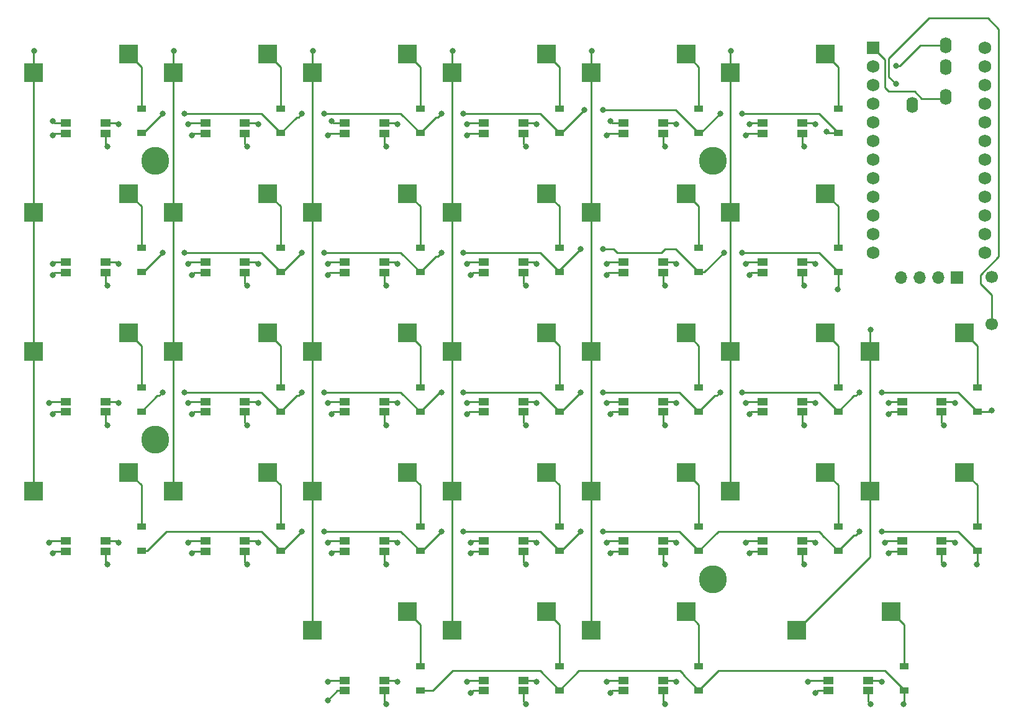
<source format=gbr>
%TF.GenerationSoftware,KiCad,Pcbnew,8.0.8*%
%TF.CreationDate,2025-01-31T06:20:13-05:00*%
%TF.ProjectId,nitsud,6e697473-7564-42e6-9b69-6361645f7063,v1.0.0*%
%TF.SameCoordinates,Original*%
%TF.FileFunction,Copper,L4,Bot*%
%TF.FilePolarity,Positive*%
%FSLAX46Y46*%
G04 Gerber Fmt 4.6, Leading zero omitted, Abs format (unit mm)*
G04 Created by KiCad (PCBNEW 8.0.8) date 2025-01-31 06:20:13*
%MOMM*%
%LPD*%
G01*
G04 APERTURE LIST*
%TA.AperFunction,ComponentPad*%
%ADD10R,1.752600X1.752600*%
%TD*%
%TA.AperFunction,ComponentPad*%
%ADD11C,1.752600*%
%TD*%
%TA.AperFunction,ComponentPad*%
%ADD12O,1.600000X2.200000*%
%TD*%
%TA.AperFunction,ComponentPad*%
%ADD13C,1.700000*%
%TD*%
%TA.AperFunction,ComponentPad*%
%ADD14C,3.800000*%
%TD*%
%TA.AperFunction,ComponentPad*%
%ADD15R,1.700000X1.700000*%
%TD*%
%TA.AperFunction,ComponentPad*%
%ADD16O,1.700000X1.700000*%
%TD*%
%TA.AperFunction,SMDPad,CuDef*%
%ADD17R,2.550000X2.500000*%
%TD*%
%TA.AperFunction,SMDPad,CuDef*%
%ADD18R,1.400000X1.000000*%
%TD*%
%TA.AperFunction,SMDPad,CuDef*%
%ADD19R,1.200000X0.900000*%
%TD*%
%TA.AperFunction,ViaPad*%
%ADD20C,0.800000*%
%TD*%
%TA.AperFunction,Conductor*%
%ADD21C,0.250000*%
%TD*%
G04 APERTURE END LIST*
D10*
%TO.P,MCU1,1*%
%TO.N,RAW*%
X257380000Y-87030000D03*
D11*
%TO.P,MCU1,2*%
%TO.N,GND*%
X257380000Y-89570000D03*
%TO.P,MCU1,3*%
%TO.N,RST*%
X257380000Y-92110000D03*
%TO.P,MCU1,4*%
%TO.N,VCC*%
X257380000Y-94650000D03*
%TO.P,MCU1,5*%
%TO.N,P21*%
X257380000Y-97190000D03*
%TO.P,MCU1,6*%
%TO.N,P20*%
X257380000Y-99730000D03*
%TO.P,MCU1,7*%
%TO.N,P19*%
X257380000Y-102270000D03*
%TO.P,MCU1,8*%
%TO.N,P18*%
X257380000Y-104810000D03*
%TO.P,MCU1,9*%
%TO.N,P15*%
X257380000Y-107350000D03*
%TO.P,MCU1,10*%
%TO.N,P14*%
X257380000Y-109890000D03*
%TO.P,MCU1,11*%
%TO.N,P16*%
X257380000Y-112430000D03*
%TO.P,MCU1,12*%
%TO.N,P10*%
X257380000Y-114970000D03*
%TO.P,MCU1,13*%
%TO.N,P1*%
X272620000Y-87030000D03*
%TO.P,MCU1,14*%
%TO.N,P0*%
X272620000Y-89570000D03*
%TO.P,MCU1,15*%
%TO.N,GND*%
X272620000Y-92110000D03*
%TO.P,MCU1,16*%
X272620000Y-94650000D03*
%TO.P,MCU1,17*%
%TO.N,P2*%
X272620000Y-97190000D03*
%TO.P,MCU1,18*%
%TO.N,P3*%
X272620000Y-99730000D03*
%TO.P,MCU1,19*%
%TO.N,P4*%
X272620000Y-102270000D03*
%TO.P,MCU1,20*%
%TO.N,P5*%
X272620000Y-104810000D03*
%TO.P,MCU1,21*%
%TO.N,P6*%
X272620000Y-107350000D03*
%TO.P,MCU1,22*%
%TO.N,P7*%
X272620000Y-109890000D03*
%TO.P,MCU1,23*%
%TO.N,P8*%
X272620000Y-112430000D03*
%TO.P,MCU1,24*%
%TO.N,P9*%
X272620000Y-114970000D03*
%TD*%
D12*
%TO.P,TRRS1,2*%
%TO.N,GND*%
X267300000Y-86700000D03*
%TO.P,TRRS1,3*%
%TO.N,P1*%
X267300000Y-89700000D03*
%TO.P,TRRS1,4*%
%TO.N,RAW*%
X267300000Y-93700000D03*
%TO.P,TRRS1,5*%
%TO.N,P0*%
X262700000Y-94800000D03*
%TD*%
D13*
%TO.P,RST1,1*%
%TO.N,RST*%
X273500000Y-124750000D03*
%TO.P,RST1,2*%
%TO.N,GND*%
X273500000Y-118250000D03*
%TD*%
D14*
%TO.P,H2,*%
%TO.N,*%
X159500000Y-140500000D03*
%TD*%
D15*
%TO.P,OLED1,1*%
%TO.N,GND*%
X268800000Y-118400000D03*
D16*
%TO.P,OLED1,2*%
%TO.N,VCC*%
X266260000Y-118400000D03*
%TO.P,OLED1,3*%
%TO.N,P9*%
X263720000Y-118400000D03*
%TO.P,OLED1,4*%
%TO.N,P8*%
X261180000Y-118400000D03*
%TD*%
D14*
%TO.P,H4,*%
%TO.N,*%
X235500000Y-159500000D03*
%TD*%
%TO.P,H1,*%
%TO.N,*%
X159500000Y-102500000D03*
%TD*%
%TO.P,H3,*%
%TO.N,*%
X235500000Y-102500000D03*
%TD*%
D17*
%TO.P,S5,1*%
%TO.N,N/C*%
X161915000Y-147460000D03*
%TO.P,S5,2*%
%TO.N,ring_bottom*%
X174842000Y-144920000D03*
%TD*%
D18*
%TO.P,LED27,1*%
%TO.N,VCC*%
X190700000Y-174700000D03*
%TO.P,LED27,2*%
%TO.N,N/C*%
X190700000Y-173300000D03*
%TO.P,LED27,3*%
%TO.N,GND*%
X185300000Y-173300000D03*
%TO.P,LED27,4*%
%TO.N,N/C*%
X185300000Y-174700000D03*
%TD*%
D19*
%TO.P,D5,1*%
%TO.N,N/C*%
X176600000Y-155650000D03*
%TO.P,D5,2*%
%TO.N,ring_bottom*%
X176600000Y-152350000D03*
%TD*%
%TO.P,D19,1*%
%TO.N,N/C*%
X233600000Y-117650000D03*
%TO.P,D19,2*%
%TO.N,inner_middle*%
X233600000Y-114350000D03*
%TD*%
D18*
%TO.P,LED15,1*%
%TO.N,VCC*%
X209700000Y-117700000D03*
%TO.P,LED15,2*%
%TO.N,N/C*%
X209700000Y-116300000D03*
%TO.P,LED15,3*%
%TO.N,GND*%
X204300000Y-116300000D03*
%TO.P,LED15,4*%
%TO.N,N/C*%
X204300000Y-117700000D03*
%TD*%
%TO.P,LED26,1*%
%TO.N,VCC*%
X266700000Y-136700000D03*
%TO.P,LED26,2*%
%TO.N,N/C*%
X266700000Y-135300000D03*
%TO.P,LED26,3*%
%TO.N,GND*%
X261300000Y-135300000D03*
%TO.P,LED26,4*%
%TO.N,N/C*%
X261300000Y-136700000D03*
%TD*%
D17*
%TO.P,S13,1*%
%TO.N,N/C*%
X199915000Y-147460000D03*
%TO.P,S13,2*%
%TO.N,index_bottom*%
X212842000Y-144920000D03*
%TD*%
%TO.P,S2,1*%
%TO.N,N/C*%
X142915000Y-128460000D03*
%TO.P,S2,2*%
%TO.N,pinky_home*%
X155842000Y-125920000D03*
%TD*%
D18*
%TO.P,LED16,1*%
%TO.N,VCC*%
X209700000Y-98700000D03*
%TO.P,LED16,2*%
%TO.N,N/C*%
X209700000Y-97300000D03*
%TO.P,LED16,3*%
%TO.N,GND*%
X204300000Y-97300000D03*
%TO.P,LED16,4*%
%TO.N,N/C*%
X204300000Y-98700000D03*
%TD*%
D17*
%TO.P,S29,1*%
%TO.N,N/C*%
X218915000Y-166460000D03*
%TO.P,S29,2*%
%TO.N,far_default*%
X231842000Y-163920000D03*
%TD*%
%TO.P,S22,1*%
%TO.N,N/C*%
X237915000Y-128460000D03*
%TO.P,S22,2*%
%TO.N,outer_home*%
X250842000Y-125920000D03*
%TD*%
D19*
%TO.P,D2,1*%
%TO.N,N/C*%
X157600000Y-136650000D03*
%TO.P,D2,2*%
%TO.N,pinky_home*%
X157600000Y-133350000D03*
%TD*%
%TO.P,D29,1*%
%TO.N,N/C*%
X233600000Y-174650000D03*
%TO.P,D29,2*%
%TO.N,far_default*%
X233600000Y-171350000D03*
%TD*%
D17*
%TO.P,S3,1*%
%TO.N,N/C*%
X142915000Y-109460000D03*
%TO.P,S3,2*%
%TO.N,pinky_middle*%
X155842000Y-106920000D03*
%TD*%
%TO.P,S1,1*%
%TO.N,N/C*%
X142915000Y-147460000D03*
%TO.P,S1,2*%
%TO.N,pinky_bottom*%
X155842000Y-144920000D03*
%TD*%
%TO.P,S19,1*%
%TO.N,N/C*%
X218915000Y-109460000D03*
%TO.P,S19,2*%
%TO.N,inner_middle*%
X231842000Y-106920000D03*
%TD*%
D18*
%TO.P,LED10,1*%
%TO.N,VCC*%
X190700000Y-136700000D03*
%TO.P,LED10,2*%
%TO.N,N/C*%
X190700000Y-135300000D03*
%TO.P,LED10,3*%
%TO.N,GND*%
X185300000Y-135300000D03*
%TO.P,LED10,4*%
%TO.N,N/C*%
X185300000Y-136700000D03*
%TD*%
D17*
%TO.P,S25,1*%
%TO.N,N/C*%
X256915000Y-147460000D03*
%TO.P,S25,2*%
%TO.N,mostouter_bottom*%
X269842000Y-144920000D03*
%TD*%
%TO.P,S4,1*%
%TO.N,P21*%
X142915000Y-90460000D03*
%TO.P,S4,2*%
%TO.N,pinky_top*%
X155842000Y-87920000D03*
%TD*%
D18*
%TO.P,LED20,1*%
%TO.N,VCC*%
X228700000Y-98700000D03*
%TO.P,LED20,2*%
%TO.N,N/C*%
X228700000Y-97300000D03*
%TO.P,LED20,3*%
%TO.N,GND*%
X223300000Y-97300000D03*
%TO.P,LED20,4*%
%TO.N,N/C*%
X223300000Y-98700000D03*
%TD*%
D19*
%TO.P,D14,1*%
%TO.N,N/C*%
X214600000Y-136650000D03*
%TO.P,D14,2*%
%TO.N,index_home*%
X214600000Y-133350000D03*
%TD*%
D18*
%TO.P,LED2,1*%
%TO.N,VCC*%
X152700000Y-136700000D03*
%TO.P,LED2,2*%
%TO.N,N/C*%
X152700000Y-135300000D03*
%TO.P,LED2,3*%
%TO.N,GND*%
X147300000Y-135300000D03*
%TO.P,LED2,4*%
%TO.N,N/C*%
X147300000Y-136700000D03*
%TD*%
%TO.P,LED13,1*%
%TO.N,VCC*%
X209700000Y-155700000D03*
%TO.P,LED13,2*%
%TO.N,N/C*%
X209700000Y-154300000D03*
%TO.P,LED13,3*%
%TO.N,GND*%
X204300000Y-154300000D03*
%TO.P,LED13,4*%
%TO.N,N/C*%
X204300000Y-155700000D03*
%TD*%
%TO.P,LED6,1*%
%TO.N,VCC*%
X171700000Y-136700000D03*
%TO.P,LED6,2*%
%TO.N,N/C*%
X171700000Y-135300000D03*
%TO.P,LED6,3*%
%TO.N,GND*%
X166300000Y-135300000D03*
%TO.P,LED6,4*%
%TO.N,N/C*%
X166300000Y-136700000D03*
%TD*%
D19*
%TO.P,D26,1*%
%TO.N,P4*%
X271600000Y-136650000D03*
%TO.P,D26,2*%
%TO.N,mostouter_home*%
X271600000Y-133350000D03*
%TD*%
D17*
%TO.P,S21,1*%
%TO.N,N/C*%
X237915000Y-147460000D03*
%TO.P,S21,2*%
%TO.N,outer_bottom*%
X250842000Y-144920000D03*
%TD*%
D18*
%TO.P,LED18,1*%
%TO.N,VCC*%
X228700000Y-136700000D03*
%TO.P,LED18,2*%
%TO.N,N/C*%
X228700000Y-135300000D03*
%TO.P,LED18,3*%
%TO.N,GND*%
X223300000Y-135300000D03*
%TO.P,LED18,4*%
%TO.N,N/C*%
X223300000Y-136700000D03*
%TD*%
D17*
%TO.P,S24,1*%
%TO.N,P14*%
X237915000Y-90460000D03*
%TO.P,S24,2*%
%TO.N,outer_top*%
X250842000Y-87920000D03*
%TD*%
D19*
%TO.P,D25,1*%
%TO.N,P5*%
X271600000Y-155650000D03*
%TO.P,D25,2*%
%TO.N,mostouter_bottom*%
X271600000Y-152350000D03*
%TD*%
%TO.P,D28,1*%
%TO.N,N/C*%
X214600000Y-174650000D03*
%TO.P,D28,2*%
%TO.N,home_default*%
X214600000Y-171350000D03*
%TD*%
%TO.P,D22,1*%
%TO.N,N/C*%
X252600000Y-136650000D03*
%TO.P,D22,2*%
%TO.N,outer_home*%
X252600000Y-133350000D03*
%TD*%
%TO.P,D7,1*%
%TO.N,N/C*%
X176600000Y-117650000D03*
%TO.P,D7,2*%
%TO.N,ring_middle*%
X176600000Y-114350000D03*
%TD*%
%TO.P,D13,1*%
%TO.N,N/C*%
X214600000Y-155650000D03*
%TO.P,D13,2*%
%TO.N,index_bottom*%
X214600000Y-152350000D03*
%TD*%
D17*
%TO.P,S27,1*%
%TO.N,N/C*%
X180915000Y-166460000D03*
%TO.P,S27,2*%
%TO.N,near_default*%
X193842000Y-163920000D03*
%TD*%
%TO.P,S12,1*%
%TO.N,P19*%
X180915000Y-90460000D03*
%TO.P,S12,2*%
%TO.N,middle_top*%
X193842000Y-87920000D03*
%TD*%
D19*
%TO.P,D23,1*%
%TO.N,P3*%
X252600000Y-117650000D03*
%TO.P,D23,2*%
%TO.N,outer_middle*%
X252600000Y-114350000D03*
%TD*%
%TO.P,D10,1*%
%TO.N,N/C*%
X195600000Y-136650000D03*
%TO.P,D10,2*%
%TO.N,middle_home*%
X195600000Y-133350000D03*
%TD*%
%TO.P,D20,1*%
%TO.N,N/C*%
X233600000Y-98650000D03*
%TO.P,D20,2*%
%TO.N,inner_top*%
X233600000Y-95350000D03*
%TD*%
%TO.P,D4,1*%
%TO.N,N/C*%
X157600000Y-98650000D03*
%TO.P,D4,2*%
%TO.N,pinky_top*%
X157600000Y-95350000D03*
%TD*%
D18*
%TO.P,LED5,1*%
%TO.N,VCC*%
X171700000Y-155700000D03*
%TO.P,LED5,2*%
%TO.N,N/C*%
X171700000Y-154300000D03*
%TO.P,LED5,3*%
%TO.N,GND*%
X166300000Y-154300000D03*
%TO.P,LED5,4*%
%TO.N,N/C*%
X166300000Y-155700000D03*
%TD*%
D19*
%TO.P,D6,1*%
%TO.N,N/C*%
X176600000Y-136650000D03*
%TO.P,D6,2*%
%TO.N,ring_home*%
X176600000Y-133350000D03*
%TD*%
D17*
%TO.P,S14,1*%
%TO.N,N/C*%
X199915000Y-128460000D03*
%TO.P,S14,2*%
%TO.N,index_home*%
X212842000Y-125920000D03*
%TD*%
%TO.P,S16,1*%
%TO.N,P18*%
X199915000Y-90460000D03*
%TO.P,S16,2*%
%TO.N,index_top*%
X212842000Y-87920000D03*
%TD*%
D19*
%TO.P,D12,1*%
%TO.N,N/C*%
X195600000Y-98650000D03*
%TO.P,D12,2*%
%TO.N,middle_top*%
X195600000Y-95350000D03*
%TD*%
D17*
%TO.P,S26,1*%
%TO.N,P16*%
X256915000Y-128460000D03*
%TO.P,S26,2*%
%TO.N,mostouter_home*%
X269842000Y-125920000D03*
%TD*%
D18*
%TO.P,LED21,1*%
%TO.N,VCC*%
X247700000Y-155700000D03*
%TO.P,LED21,2*%
%TO.N,N/C*%
X247700000Y-154300000D03*
%TO.P,LED21,3*%
%TO.N,GND*%
X242300000Y-154300000D03*
%TO.P,LED21,4*%
%TO.N,N/C*%
X242300000Y-155700000D03*
%TD*%
%TO.P,LED3,1*%
%TO.N,VCC*%
X152700000Y-117700000D03*
%TO.P,LED3,2*%
%TO.N,N/C*%
X152700000Y-116300000D03*
%TO.P,LED3,3*%
%TO.N,GND*%
X147300000Y-116300000D03*
%TO.P,LED3,4*%
%TO.N,N/C*%
X147300000Y-117700000D03*
%TD*%
D17*
%TO.P,S15,1*%
%TO.N,N/C*%
X199915000Y-109460000D03*
%TO.P,S15,2*%
%TO.N,index_middle*%
X212842000Y-106920000D03*
%TD*%
D19*
%TO.P,D18,1*%
%TO.N,N/C*%
X233600000Y-136650000D03*
%TO.P,D18,2*%
%TO.N,inner_home*%
X233600000Y-133350000D03*
%TD*%
%TO.P,D3,1*%
%TO.N,N/C*%
X157600000Y-117650000D03*
%TO.P,D3,2*%
%TO.N,pinky_middle*%
X157600000Y-114350000D03*
%TD*%
D17*
%TO.P,S7,1*%
%TO.N,N/C*%
X161915000Y-109460000D03*
%TO.P,S7,2*%
%TO.N,ring_middle*%
X174842000Y-106920000D03*
%TD*%
D18*
%TO.P,LED24,1*%
%TO.N,VCC*%
X247700000Y-98700000D03*
%TO.P,LED24,2*%
%TO.N,N/C*%
X247700000Y-97300000D03*
%TO.P,LED24,3*%
%TO.N,GND*%
X242300000Y-97300000D03*
%TO.P,LED24,4*%
%TO.N,P10*%
X242300000Y-98700000D03*
%TD*%
%TO.P,LED1,1*%
%TO.N,VCC*%
X152700000Y-155700000D03*
%TO.P,LED1,2*%
%TO.N,N/C*%
X152700000Y-154300000D03*
%TO.P,LED1,3*%
%TO.N,GND*%
X147300000Y-154300000D03*
%TO.P,LED1,4*%
%TO.N,N/C*%
X147300000Y-155700000D03*
%TD*%
D17*
%TO.P,S23,1*%
%TO.N,N/C*%
X237915000Y-109460000D03*
%TO.P,S23,2*%
%TO.N,outer_middle*%
X250842000Y-106920000D03*
%TD*%
D18*
%TO.P,LED4,1*%
%TO.N,VCC*%
X152700000Y-98700000D03*
%TO.P,LED4,2*%
%TO.N,N/C*%
X152700000Y-97300000D03*
%TO.P,LED4,3*%
%TO.N,GND*%
X147300000Y-97300000D03*
%TO.P,LED4,4*%
%TO.N,N/C*%
X147300000Y-98700000D03*
%TD*%
D19*
%TO.P,D24,1*%
%TO.N,P2*%
X252600000Y-98650000D03*
%TO.P,D24,2*%
%TO.N,outer_top*%
X252600000Y-95350000D03*
%TD*%
%TO.P,D15,1*%
%TO.N,N/C*%
X214600000Y-117650000D03*
%TO.P,D15,2*%
%TO.N,index_middle*%
X214600000Y-114350000D03*
%TD*%
%TO.P,D27,1*%
%TO.N,N/C*%
X195600000Y-174650000D03*
%TO.P,D27,2*%
%TO.N,near_default*%
X195600000Y-171350000D03*
%TD*%
D18*
%TO.P,LED29,1*%
%TO.N,VCC*%
X228700000Y-174700000D03*
%TO.P,LED29,2*%
%TO.N,N/C*%
X228700000Y-173300000D03*
%TO.P,LED29,3*%
%TO.N,GND*%
X223300000Y-173300000D03*
%TO.P,LED29,4*%
%TO.N,N/C*%
X223300000Y-174700000D03*
%TD*%
D19*
%TO.P,D30,1*%
%TO.N,P6*%
X261600000Y-174650000D03*
%TO.P,D30,2*%
%TO.N,morefar_default*%
X261600000Y-171350000D03*
%TD*%
D17*
%TO.P,S18,1*%
%TO.N,N/C*%
X218915000Y-128460000D03*
%TO.P,S18,2*%
%TO.N,inner_home*%
X231842000Y-125920000D03*
%TD*%
D18*
%TO.P,LED25,1*%
%TO.N,VCC*%
X266700000Y-155700000D03*
%TO.P,LED25,2*%
%TO.N,N/C*%
X266700000Y-154300000D03*
%TO.P,LED25,3*%
%TO.N,GND*%
X261300000Y-154300000D03*
%TO.P,LED25,4*%
%TO.N,N/C*%
X261300000Y-155700000D03*
%TD*%
%TO.P,LED8,1*%
%TO.N,VCC*%
X171700000Y-98700000D03*
%TO.P,LED8,2*%
%TO.N,N/C*%
X171700000Y-97300000D03*
%TO.P,LED8,3*%
%TO.N,GND*%
X166300000Y-97300000D03*
%TO.P,LED8,4*%
%TO.N,N/C*%
X166300000Y-98700000D03*
%TD*%
D19*
%TO.P,D17,1*%
%TO.N,N/C*%
X233600000Y-155650000D03*
%TO.P,D17,2*%
%TO.N,inner_bottom*%
X233600000Y-152350000D03*
%TD*%
D18*
%TO.P,LED22,1*%
%TO.N,VCC*%
X247700000Y-136700000D03*
%TO.P,LED22,2*%
%TO.N,N/C*%
X247700000Y-135300000D03*
%TO.P,LED22,3*%
%TO.N,GND*%
X242300000Y-135300000D03*
%TO.P,LED22,4*%
%TO.N,N/C*%
X242300000Y-136700000D03*
%TD*%
D17*
%TO.P,S9,1*%
%TO.N,N/C*%
X180915000Y-147460000D03*
%TO.P,S9,2*%
%TO.N,middle_bottom*%
X193842000Y-144920000D03*
%TD*%
%TO.P,S6,1*%
%TO.N,N/C*%
X161915000Y-128460000D03*
%TO.P,S6,2*%
%TO.N,ring_home*%
X174842000Y-125920000D03*
%TD*%
%TO.P,S10,1*%
%TO.N,N/C*%
X180915000Y-128460000D03*
%TO.P,S10,2*%
%TO.N,middle_home*%
X193842000Y-125920000D03*
%TD*%
D19*
%TO.P,D8,1*%
%TO.N,N/C*%
X176600000Y-98650000D03*
%TO.P,D8,2*%
%TO.N,ring_top*%
X176600000Y-95350000D03*
%TD*%
D17*
%TO.P,S20,1*%
%TO.N,P15*%
X218915000Y-90460000D03*
%TO.P,S20,2*%
%TO.N,inner_top*%
X231842000Y-87920000D03*
%TD*%
D19*
%TO.P,D11,1*%
%TO.N,N/C*%
X195600000Y-117650000D03*
%TO.P,D11,2*%
%TO.N,middle_middle*%
X195600000Y-114350000D03*
%TD*%
%TO.P,D21,1*%
%TO.N,N/C*%
X252600000Y-155650000D03*
%TO.P,D21,2*%
%TO.N,outer_bottom*%
X252600000Y-152350000D03*
%TD*%
%TO.P,D9,1*%
%TO.N,N/C*%
X195600000Y-155650000D03*
%TO.P,D9,2*%
%TO.N,middle_bottom*%
X195600000Y-152350000D03*
%TD*%
D18*
%TO.P,LED14,1*%
%TO.N,VCC*%
X209700000Y-136700000D03*
%TO.P,LED14,2*%
%TO.N,N/C*%
X209700000Y-135300000D03*
%TO.P,LED14,3*%
%TO.N,GND*%
X204300000Y-135300000D03*
%TO.P,LED14,4*%
%TO.N,N/C*%
X204300000Y-136700000D03*
%TD*%
D17*
%TO.P,S8,1*%
%TO.N,P20*%
X161915000Y-90460000D03*
%TO.P,S8,2*%
%TO.N,ring_top*%
X174842000Y-87920000D03*
%TD*%
D18*
%TO.P,LED23,1*%
%TO.N,VCC*%
X247700000Y-117700000D03*
%TO.P,LED23,2*%
%TO.N,N/C*%
X247700000Y-116300000D03*
%TO.P,LED23,3*%
%TO.N,GND*%
X242300000Y-116300000D03*
%TO.P,LED23,4*%
%TO.N,N/C*%
X242300000Y-117700000D03*
%TD*%
%TO.P,LED28,1*%
%TO.N,VCC*%
X209700000Y-174700000D03*
%TO.P,LED28,2*%
%TO.N,N/C*%
X209700000Y-173300000D03*
%TO.P,LED28,3*%
%TO.N,GND*%
X204300000Y-173300000D03*
%TO.P,LED28,4*%
%TO.N,N/C*%
X204300000Y-174700000D03*
%TD*%
D19*
%TO.P,D1,1*%
%TO.N,N/C*%
X157600000Y-155650000D03*
%TO.P,D1,2*%
%TO.N,pinky_bottom*%
X157600000Y-152350000D03*
%TD*%
D18*
%TO.P,LED30,1*%
%TO.N,VCC*%
X256700000Y-174700000D03*
%TO.P,LED30,2*%
%TO.N,N/C*%
X256700000Y-173300000D03*
%TO.P,LED30,3*%
%TO.N,GND*%
X251300000Y-173300000D03*
%TO.P,LED30,4*%
%TO.N,N/C*%
X251300000Y-174700000D03*
%TD*%
%TO.P,LED17,1*%
%TO.N,VCC*%
X228700000Y-155700000D03*
%TO.P,LED17,2*%
%TO.N,N/C*%
X228700000Y-154300000D03*
%TO.P,LED17,3*%
%TO.N,GND*%
X223300000Y-154300000D03*
%TO.P,LED17,4*%
%TO.N,N/C*%
X223300000Y-155700000D03*
%TD*%
D17*
%TO.P,S28,1*%
%TO.N,N/C*%
X199915000Y-166460000D03*
%TO.P,S28,2*%
%TO.N,home_default*%
X212842000Y-163920000D03*
%TD*%
D18*
%TO.P,LED19,1*%
%TO.N,VCC*%
X228700000Y-117700000D03*
%TO.P,LED19,2*%
%TO.N,N/C*%
X228700000Y-116300000D03*
%TO.P,LED19,3*%
%TO.N,GND*%
X223300000Y-116300000D03*
%TO.P,LED19,4*%
%TO.N,N/C*%
X223300000Y-117700000D03*
%TD*%
%TO.P,LED9,1*%
%TO.N,VCC*%
X190700000Y-155700000D03*
%TO.P,LED9,2*%
%TO.N,N/C*%
X190700000Y-154300000D03*
%TO.P,LED9,3*%
%TO.N,GND*%
X185300000Y-154300000D03*
%TO.P,LED9,4*%
%TO.N,N/C*%
X185300000Y-155700000D03*
%TD*%
D19*
%TO.P,D16,1*%
%TO.N,N/C*%
X214600000Y-98650000D03*
%TO.P,D16,2*%
%TO.N,index_top*%
X214600000Y-95350000D03*
%TD*%
D18*
%TO.P,LED12,1*%
%TO.N,VCC*%
X190700000Y-98700000D03*
%TO.P,LED12,2*%
%TO.N,N/C*%
X190700000Y-97300000D03*
%TO.P,LED12,3*%
%TO.N,GND*%
X185300000Y-97300000D03*
%TO.P,LED12,4*%
%TO.N,N/C*%
X185300000Y-98700000D03*
%TD*%
D17*
%TO.P,S11,1*%
%TO.N,N/C*%
X180915000Y-109460000D03*
%TO.P,S11,2*%
%TO.N,middle_middle*%
X193842000Y-106920000D03*
%TD*%
%TO.P,S17,1*%
%TO.N,N/C*%
X218915000Y-147460000D03*
%TO.P,S17,2*%
%TO.N,inner_bottom*%
X231842000Y-144920000D03*
%TD*%
D18*
%TO.P,LED7,1*%
%TO.N,VCC*%
X171700000Y-117700000D03*
%TO.P,LED7,2*%
%TO.N,N/C*%
X171700000Y-116300000D03*
%TO.P,LED7,3*%
%TO.N,GND*%
X166300000Y-116300000D03*
%TO.P,LED7,4*%
%TO.N,N/C*%
X166300000Y-117700000D03*
%TD*%
%TO.P,LED11,1*%
%TO.N,VCC*%
X190700000Y-117700000D03*
%TO.P,LED11,2*%
%TO.N,N/C*%
X190700000Y-116300000D03*
%TO.P,LED11,3*%
%TO.N,GND*%
X185300000Y-116300000D03*
%TO.P,LED11,4*%
%TO.N,N/C*%
X185300000Y-117700000D03*
%TD*%
D17*
%TO.P,S30,1*%
%TO.N,N/C*%
X246915000Y-166460000D03*
%TO.P,S30,2*%
%TO.N,morefar_default*%
X259842000Y-163920000D03*
%TD*%
D20*
%TO.N,*%
X249500000Y-154500000D03*
X173500000Y-97500000D03*
X192500000Y-116500000D03*
X249500000Y-135500000D03*
X183500000Y-137000000D03*
X183000000Y-118000000D03*
X164500000Y-118000000D03*
X154500000Y-97500000D03*
X258500000Y-173500000D03*
X183500000Y-156000000D03*
X221500000Y-175000000D03*
X211500000Y-135500000D03*
X202500000Y-156000000D03*
X268500000Y-135500000D03*
X202500000Y-175000000D03*
X145500000Y-99000000D03*
X173500000Y-135500000D03*
X154500000Y-116500000D03*
X230500000Y-116500000D03*
X145500000Y-137000000D03*
X211500000Y-154500000D03*
X192500000Y-135500000D03*
X249500000Y-97500000D03*
X211500000Y-116500000D03*
X164500000Y-99000000D03*
X202000000Y-99000000D03*
X259500000Y-156000000D03*
X202500000Y-118000000D03*
X240500000Y-137000000D03*
X145500000Y-118000000D03*
X230500000Y-135500000D03*
X249500000Y-175000000D03*
X230500000Y-97500000D03*
X230500000Y-173500000D03*
X211500000Y-173500000D03*
X211500000Y-97500000D03*
X259500000Y-137000000D03*
X202000000Y-137000000D03*
X221000000Y-118000000D03*
X183000000Y-99000000D03*
X183000000Y-176000000D03*
X192500000Y-97500000D03*
X240500000Y-118000000D03*
X164500000Y-137000000D03*
X192500000Y-154500000D03*
X230500000Y-154500000D03*
X173500000Y-154500000D03*
X221500000Y-137000000D03*
X221000000Y-99000000D03*
X221500000Y-156000000D03*
X240500000Y-156000000D03*
X192500000Y-173500000D03*
X173500000Y-116500000D03*
X145500000Y-156000000D03*
X268500000Y-154500000D03*
X164500000Y-156000000D03*
X249500000Y-116500000D03*
X154500000Y-135500000D03*
X154500000Y-154500000D03*
%TO.N,GND*%
X240500000Y-97500000D03*
X221000000Y-116500000D03*
X221000000Y-173500000D03*
X221500000Y-97000000D03*
X202000000Y-173500000D03*
X164000000Y-116500000D03*
X259500000Y-135500000D03*
X248500000Y-173500000D03*
X145000000Y-135500000D03*
X183000000Y-154500000D03*
X183500000Y-97000000D03*
X202500000Y-154500000D03*
X145000000Y-154500000D03*
X221000000Y-154500000D03*
X145500000Y-116500000D03*
X164000000Y-154500000D03*
X240000000Y-135500000D03*
X202000000Y-135500000D03*
X183000000Y-116500000D03*
X221000000Y-135500000D03*
X240000000Y-154500000D03*
X145500000Y-97000000D03*
X202000000Y-116500000D03*
X240000000Y-116500000D03*
X260500000Y-89500000D03*
X164000000Y-135500000D03*
X259000000Y-154500000D03*
X183000000Y-173500000D03*
X202000000Y-97500000D03*
X183000000Y-135500000D03*
X164000000Y-97500000D03*
%TO.N,VCC*%
X172000000Y-119500000D03*
X153000000Y-100500000D03*
X153000000Y-157500000D03*
X191000000Y-157500000D03*
X153000000Y-138500000D03*
X257000000Y-176500000D03*
X248000000Y-138500000D03*
X229000000Y-176500000D03*
X229000000Y-157500000D03*
X248000000Y-100500000D03*
X153000000Y-119500000D03*
X210000000Y-176500000D03*
X210000000Y-138500000D03*
X191000000Y-138500000D03*
X248000000Y-157500000D03*
X248000000Y-119500000D03*
X191000000Y-176500000D03*
X210000000Y-119500000D03*
X267000000Y-138500000D03*
X191000000Y-100500000D03*
X172000000Y-157500000D03*
X229000000Y-119500000D03*
X191000000Y-119500000D03*
X172000000Y-138500000D03*
X172000000Y-100500000D03*
X210000000Y-100500000D03*
X267000000Y-157500000D03*
X229000000Y-138500000D03*
X210000000Y-157500000D03*
X229000000Y-100500000D03*
%TO.N,RST*%
X260500000Y-92000000D03*
%TO.N,P21*%
X143000000Y-87500000D03*
%TO.N,P20*%
X162000000Y-87500000D03*
%TO.N,P19*%
X181000000Y-87500000D03*
%TO.N,P18*%
X200000000Y-87500000D03*
%TO.N,P15*%
X219000000Y-87500000D03*
%TO.N,P14*%
X238000000Y-87500000D03*
%TO.N,P16*%
X257000000Y-125500000D03*
%TO.N,P10*%
X240000000Y-99000000D03*
%TO.N,P2*%
X163500000Y-96000000D03*
X182500000Y-96000000D03*
X236500000Y-96000000D03*
X201500000Y-96000000D03*
X220500000Y-95500000D03*
X239500000Y-96000000D03*
X218000000Y-95500000D03*
X160500000Y-96000000D03*
X198500000Y-96000000D03*
X179500000Y-96000000D03*
X251000000Y-98500000D03*
%TO.N,P3*%
X220500000Y-114500000D03*
X237000000Y-115000000D03*
X160500000Y-115000000D03*
X179500000Y-115000000D03*
X217500000Y-114500000D03*
X198500000Y-115000000D03*
X163500000Y-115000000D03*
X182500000Y-115000000D03*
X201500000Y-115000000D03*
X252500000Y-120000000D03*
X239500000Y-115000000D03*
%TO.N,P4*%
X220500000Y-134000000D03*
X217500000Y-134000000D03*
X273500000Y-136500000D03*
X239500000Y-134000000D03*
X182500000Y-134000000D03*
X160500000Y-134000000D03*
X179500000Y-134000000D03*
X201500000Y-134000000D03*
X258500000Y-134000000D03*
X198500000Y-134000000D03*
X163500000Y-134000000D03*
X255500000Y-134000000D03*
X236500000Y-134000000D03*
%TO.N,P5*%
X179500000Y-153000000D03*
X217500000Y-153000000D03*
X182500000Y-153000000D03*
X201500000Y-153000000D03*
X258500000Y-153000000D03*
X220500000Y-153000000D03*
X271500000Y-157500000D03*
X198500000Y-153000000D03*
X255500000Y-153000000D03*
%TO.N,P6*%
X261500000Y-176500000D03*
%TD*%
D21*
%TO.N,P3*%
X222500000Y-115000000D02*
X222000000Y-114500000D01*
X228500000Y-115000000D02*
X222500000Y-115000000D01*
X222000000Y-114500000D02*
X220500000Y-114500000D01*
X229000000Y-114500000D02*
X228500000Y-115000000D01*
X230450000Y-114500000D02*
X229000000Y-114500000D01*
%TO.N,*%
X259800000Y-136700000D02*
X259500000Y-137000000D01*
X228700000Y-154300000D02*
X230300000Y-154300000D01*
X173300000Y-154300000D02*
X173500000Y-154500000D01*
X221800000Y-155700000D02*
X221500000Y-156000000D01*
X184300000Y-174700000D02*
X183000000Y-176000000D01*
X173300000Y-116300000D02*
X173500000Y-116500000D01*
X228700000Y-173300000D02*
X230300000Y-173300000D01*
X171700000Y-135300000D02*
X173300000Y-135300000D01*
X249800000Y-174700000D02*
X249500000Y-175000000D01*
X152700000Y-135300000D02*
X154300000Y-135300000D01*
X209700000Y-154300000D02*
X211300000Y-154300000D01*
X171700000Y-116300000D02*
X173300000Y-116300000D01*
X202800000Y-117700000D02*
X202500000Y-118000000D01*
X221300000Y-98700000D02*
X221000000Y-99000000D01*
X228700000Y-97300000D02*
X230300000Y-97300000D01*
X147300000Y-98700000D02*
X145800000Y-98700000D01*
X223300000Y-117700000D02*
X221300000Y-117700000D01*
X204300000Y-155700000D02*
X202800000Y-155700000D01*
X223300000Y-136700000D02*
X221800000Y-136700000D01*
X154300000Y-154300000D02*
X154500000Y-154500000D01*
X145800000Y-136700000D02*
X145500000Y-137000000D01*
X211300000Y-97300000D02*
X211500000Y-97500000D01*
X261300000Y-136700000D02*
X259800000Y-136700000D01*
X240800000Y-117700000D02*
X240500000Y-118000000D01*
X185300000Y-155700000D02*
X183800000Y-155700000D01*
X152700000Y-154300000D02*
X154300000Y-154300000D01*
X202800000Y-155700000D02*
X202500000Y-156000000D01*
X228700000Y-116300000D02*
X230300000Y-116300000D01*
X266700000Y-135300000D02*
X268300000Y-135300000D01*
X185300000Y-136700000D02*
X183800000Y-136700000D01*
X154300000Y-135300000D02*
X154500000Y-135500000D01*
X154300000Y-97300000D02*
X154500000Y-97500000D01*
X204300000Y-174700000D02*
X202800000Y-174700000D01*
X204300000Y-98700000D02*
X202300000Y-98700000D01*
X230300000Y-135300000D02*
X230500000Y-135500000D01*
X256700000Y-173300000D02*
X258300000Y-173300000D01*
X145800000Y-117700000D02*
X145500000Y-118000000D01*
X173300000Y-97300000D02*
X173500000Y-97500000D01*
X171700000Y-154300000D02*
X173300000Y-154300000D01*
X190700000Y-154300000D02*
X192300000Y-154300000D01*
X247700000Y-97300000D02*
X249300000Y-97300000D01*
X202800000Y-174700000D02*
X202500000Y-175000000D01*
X171700000Y-97300000D02*
X173300000Y-97300000D01*
X145800000Y-98700000D02*
X145500000Y-99000000D01*
X164800000Y-117700000D02*
X164500000Y-118000000D01*
X183300000Y-117700000D02*
X183000000Y-118000000D01*
X166300000Y-98700000D02*
X164800000Y-98700000D01*
X221800000Y-174700000D02*
X221500000Y-175000000D01*
X190700000Y-135300000D02*
X192300000Y-135300000D01*
X147300000Y-155700000D02*
X145800000Y-155700000D01*
X228700000Y-135300000D02*
X230300000Y-135300000D01*
X166300000Y-117700000D02*
X164800000Y-117700000D01*
X147300000Y-136700000D02*
X145800000Y-136700000D01*
X247700000Y-154300000D02*
X249300000Y-154300000D01*
X164800000Y-98700000D02*
X164500000Y-99000000D01*
X230300000Y-173300000D02*
X230500000Y-173500000D01*
X209700000Y-135300000D02*
X211300000Y-135300000D01*
X192300000Y-173300000D02*
X192500000Y-173500000D01*
X242300000Y-155700000D02*
X240800000Y-155700000D01*
X266700000Y-154300000D02*
X268300000Y-154300000D01*
X209700000Y-97300000D02*
X211300000Y-97300000D01*
X249300000Y-97300000D02*
X249500000Y-97500000D01*
X147300000Y-117700000D02*
X145800000Y-117700000D01*
X242300000Y-117700000D02*
X240800000Y-117700000D01*
X230300000Y-154300000D02*
X230500000Y-154500000D01*
X192300000Y-116300000D02*
X192500000Y-116500000D01*
X166300000Y-136700000D02*
X164800000Y-136700000D01*
X247700000Y-135300000D02*
X249300000Y-135300000D01*
X261300000Y-155700000D02*
X259800000Y-155700000D01*
X221800000Y-136700000D02*
X221500000Y-137000000D01*
X223300000Y-98700000D02*
X221300000Y-98700000D01*
X268300000Y-135300000D02*
X268500000Y-135500000D01*
X145800000Y-155700000D02*
X145500000Y-156000000D01*
X183800000Y-155700000D02*
X183500000Y-156000000D01*
X240800000Y-155700000D02*
X240500000Y-156000000D01*
X240800000Y-136700000D02*
X240500000Y-137000000D01*
X166300000Y-155700000D02*
X164800000Y-155700000D01*
X183300000Y-98700000D02*
X183000000Y-99000000D01*
X154300000Y-116300000D02*
X154500000Y-116500000D01*
X185300000Y-98700000D02*
X183300000Y-98700000D01*
X190700000Y-97300000D02*
X192300000Y-97300000D01*
X209700000Y-116300000D02*
X211300000Y-116300000D01*
X190700000Y-173300000D02*
X192300000Y-173300000D01*
X202300000Y-136700000D02*
X202000000Y-137000000D01*
X209700000Y-173300000D02*
X211300000Y-173300000D01*
X202300000Y-98700000D02*
X202000000Y-99000000D01*
X185300000Y-174700000D02*
X184300000Y-174700000D01*
X204300000Y-136700000D02*
X202300000Y-136700000D01*
X211300000Y-173300000D02*
X211500000Y-173500000D01*
X204300000Y-117700000D02*
X202800000Y-117700000D01*
X211300000Y-116300000D02*
X211500000Y-116500000D01*
X190700000Y-116300000D02*
X192300000Y-116300000D01*
X152700000Y-97300000D02*
X154300000Y-97300000D01*
X249300000Y-154300000D02*
X249500000Y-154500000D01*
X230300000Y-116300000D02*
X230500000Y-116500000D01*
X247700000Y-116300000D02*
X249300000Y-116300000D01*
X192300000Y-135300000D02*
X192500000Y-135500000D01*
X183800000Y-136700000D02*
X183500000Y-137000000D01*
X192300000Y-154300000D02*
X192500000Y-154500000D01*
X164800000Y-136700000D02*
X164500000Y-137000000D01*
X268300000Y-154300000D02*
X268500000Y-154500000D01*
X185300000Y-117700000D02*
X183300000Y-117700000D01*
X173300000Y-135300000D02*
X173500000Y-135500000D01*
X223300000Y-155700000D02*
X221800000Y-155700000D01*
X249300000Y-116300000D02*
X249500000Y-116500000D01*
X242300000Y-136700000D02*
X240800000Y-136700000D01*
X152700000Y-116300000D02*
X154300000Y-116300000D01*
X211300000Y-135300000D02*
X211500000Y-135500000D01*
X211300000Y-154300000D02*
X211500000Y-154500000D01*
X221300000Y-117700000D02*
X221000000Y-118000000D01*
X249300000Y-135300000D02*
X249500000Y-135500000D01*
X223300000Y-174700000D02*
X221800000Y-174700000D01*
X259800000Y-155700000D02*
X259500000Y-156000000D01*
X192300000Y-97300000D02*
X192500000Y-97500000D01*
X251300000Y-174700000D02*
X249800000Y-174700000D01*
X230300000Y-97300000D02*
X230500000Y-97500000D01*
X258300000Y-173300000D02*
X258500000Y-173500000D01*
X164800000Y-155700000D02*
X164500000Y-156000000D01*
%TO.N,pinky_bottom*%
X157600000Y-146678000D02*
X155842000Y-144920000D01*
X157600000Y-152350000D02*
X157600000Y-146678000D01*
%TO.N,GND*%
X242300000Y-97300000D02*
X240700000Y-97300000D01*
X147300000Y-135300000D02*
X145200000Y-135300000D01*
X185300000Y-97300000D02*
X183800000Y-97300000D01*
X147300000Y-97300000D02*
X145800000Y-97300000D01*
X166300000Y-154300000D02*
X164200000Y-154300000D01*
X166300000Y-97300000D02*
X164200000Y-97300000D01*
X261000000Y-89500000D02*
X263800000Y-86700000D01*
X242300000Y-154300000D02*
X240200000Y-154300000D01*
X221200000Y-173300000D02*
X221000000Y-173500000D01*
X185300000Y-154300000D02*
X183200000Y-154300000D01*
X185300000Y-116300000D02*
X183200000Y-116300000D01*
X204300000Y-173300000D02*
X202200000Y-173300000D01*
X240700000Y-97300000D02*
X240500000Y-97500000D01*
X164200000Y-97300000D02*
X164000000Y-97500000D01*
X261300000Y-135300000D02*
X259700000Y-135300000D01*
X166300000Y-135300000D02*
X164200000Y-135300000D01*
X145200000Y-135300000D02*
X145000000Y-135500000D01*
X261300000Y-154300000D02*
X259200000Y-154300000D01*
X223300000Y-97300000D02*
X221800000Y-97300000D01*
X202200000Y-135300000D02*
X202000000Y-135500000D01*
X183200000Y-116300000D02*
X183000000Y-116500000D01*
X204300000Y-135300000D02*
X202200000Y-135300000D01*
X242300000Y-116300000D02*
X240200000Y-116300000D01*
X263800000Y-86700000D02*
X267300000Y-86700000D01*
X223300000Y-173300000D02*
X221200000Y-173300000D01*
X183200000Y-173300000D02*
X183000000Y-173500000D01*
X260500000Y-89500000D02*
X261000000Y-89500000D01*
X221200000Y-135300000D02*
X221000000Y-135500000D01*
X204300000Y-97300000D02*
X202200000Y-97300000D01*
X202200000Y-97300000D02*
X202000000Y-97500000D01*
X145200000Y-154300000D02*
X145000000Y-154500000D01*
X221200000Y-154300000D02*
X221000000Y-154500000D01*
X240200000Y-116300000D02*
X240000000Y-116500000D01*
X185300000Y-173300000D02*
X183200000Y-173300000D01*
X166300000Y-116300000D02*
X164200000Y-116300000D01*
X183200000Y-154300000D02*
X183000000Y-154500000D01*
X221800000Y-97300000D02*
X221500000Y-97000000D01*
X145800000Y-97300000D02*
X145500000Y-97000000D01*
X221200000Y-116300000D02*
X221000000Y-116500000D01*
X183200000Y-135300000D02*
X183000000Y-135500000D01*
X202700000Y-154300000D02*
X202500000Y-154500000D01*
X259200000Y-154300000D02*
X259000000Y-154500000D01*
X259700000Y-135300000D02*
X259500000Y-135500000D01*
X164200000Y-135300000D02*
X164000000Y-135500000D01*
X202200000Y-173300000D02*
X202000000Y-173500000D01*
X223300000Y-154300000D02*
X221200000Y-154300000D01*
X147300000Y-154300000D02*
X145200000Y-154300000D01*
X251300000Y-173300000D02*
X248700000Y-173300000D01*
X164200000Y-154300000D02*
X164000000Y-154500000D01*
X145700000Y-116300000D02*
X145500000Y-116500000D01*
X248700000Y-173300000D02*
X248500000Y-173500000D01*
X240200000Y-154300000D02*
X240000000Y-154500000D01*
X240200000Y-135300000D02*
X240000000Y-135500000D01*
X204300000Y-116300000D02*
X202200000Y-116300000D01*
X147300000Y-116300000D02*
X145700000Y-116300000D01*
X204300000Y-154300000D02*
X202700000Y-154300000D01*
X242300000Y-135300000D02*
X240200000Y-135300000D01*
X164200000Y-116300000D02*
X164000000Y-116500000D01*
X183800000Y-97300000D02*
X183500000Y-97000000D01*
X223300000Y-135300000D02*
X221200000Y-135300000D01*
X202200000Y-116300000D02*
X202000000Y-116500000D01*
X185300000Y-135300000D02*
X183200000Y-135300000D01*
X223300000Y-116300000D02*
X221200000Y-116300000D01*
%TO.N,pinky_home*%
X157600000Y-127678000D02*
X155842000Y-125920000D01*
X157600000Y-133350000D02*
X157600000Y-127678000D01*
%TO.N,pinky_middle*%
X157600000Y-114350000D02*
X157600000Y-108678000D01*
X157600000Y-108678000D02*
X155842000Y-106920000D01*
%TO.N,pinky_top*%
X157600000Y-95350000D02*
X157600000Y-89678000D01*
X157600000Y-89678000D02*
X155842000Y-87920000D01*
%TO.N,ring_bottom*%
X176600000Y-152350000D02*
X176600000Y-146678000D01*
X176600000Y-146678000D02*
X174842000Y-144920000D01*
%TO.N,ring_home*%
X176600000Y-133350000D02*
X176600000Y-127678000D01*
X176600000Y-127678000D02*
X174842000Y-125920000D01*
%TO.N,ring_middle*%
X176600000Y-108678000D02*
X174842000Y-106920000D01*
X176600000Y-114350000D02*
X176600000Y-108678000D01*
%TO.N,ring_top*%
X176600000Y-89678000D02*
X174842000Y-87920000D01*
X176600000Y-95350000D02*
X176600000Y-89678000D01*
%TO.N,middle_bottom*%
X195600000Y-152350000D02*
X195600000Y-146678000D01*
X195600000Y-146678000D02*
X193842000Y-144920000D01*
%TO.N,middle_home*%
X195600000Y-127678000D02*
X193842000Y-125920000D01*
X195600000Y-133350000D02*
X195600000Y-127678000D01*
%TO.N,middle_middle*%
X195600000Y-108678000D02*
X193842000Y-106920000D01*
X195600000Y-114350000D02*
X195600000Y-108678000D01*
%TO.N,middle_top*%
X195600000Y-95350000D02*
X195600000Y-89678000D01*
X195600000Y-89678000D02*
X193842000Y-87920000D01*
%TO.N,index_bottom*%
X214600000Y-152350000D02*
X214600000Y-146678000D01*
X214600000Y-146678000D02*
X212842000Y-144920000D01*
%TO.N,index_home*%
X214600000Y-127678000D02*
X212842000Y-125920000D01*
X214600000Y-133350000D02*
X214600000Y-127678000D01*
%TO.N,index_middle*%
X214600000Y-114350000D02*
X214600000Y-108678000D01*
X214600000Y-108678000D02*
X212842000Y-106920000D01*
%TO.N,index_top*%
X214600000Y-89678000D02*
X212842000Y-87920000D01*
X214600000Y-95350000D02*
X214600000Y-89678000D01*
%TO.N,inner_bottom*%
X233600000Y-152350000D02*
X233600000Y-146678000D01*
X233600000Y-146678000D02*
X231842000Y-144920000D01*
%TO.N,inner_home*%
X233600000Y-127678000D02*
X231842000Y-125920000D01*
X233600000Y-133350000D02*
X233600000Y-127678000D01*
%TO.N,inner_middle*%
X233600000Y-114350000D02*
X233600000Y-108678000D01*
X233600000Y-108678000D02*
X231842000Y-106920000D01*
%TO.N,inner_top*%
X233600000Y-95350000D02*
X233600000Y-89678000D01*
X233600000Y-89678000D02*
X231842000Y-87920000D01*
%TO.N,outer_bottom*%
X252600000Y-146678000D02*
X250842000Y-144920000D01*
X252600000Y-152350000D02*
X252600000Y-146678000D01*
%TO.N,outer_home*%
X252600000Y-133350000D02*
X252600000Y-127678000D01*
X252600000Y-127678000D02*
X250842000Y-125920000D01*
%TO.N,outer_middle*%
X252600000Y-108678000D02*
X250842000Y-106920000D01*
X252600000Y-114350000D02*
X252600000Y-108678000D01*
%TO.N,outer_top*%
X252600000Y-89678000D02*
X250842000Y-87920000D01*
X252600000Y-95350000D02*
X252600000Y-89678000D01*
%TO.N,mostouter_bottom*%
X271600000Y-152350000D02*
X271600000Y-146678000D01*
X271600000Y-146678000D02*
X269842000Y-144920000D01*
%TO.N,mostouter_home*%
X271600000Y-127678000D02*
X269842000Y-125920000D01*
X271600000Y-133350000D02*
X271600000Y-127678000D01*
%TO.N,near_default*%
X195600000Y-171350000D02*
X195600000Y-165678000D01*
X195600000Y-165678000D02*
X193842000Y-163920000D01*
%TO.N,home_default*%
X214600000Y-171350000D02*
X214600000Y-165678000D01*
X214600000Y-165678000D02*
X212842000Y-163920000D01*
%TO.N,far_default*%
X233600000Y-165678000D02*
X231842000Y-163920000D01*
X233600000Y-171350000D02*
X233600000Y-165678000D01*
%TO.N,morefar_default*%
X261600000Y-171350000D02*
X261600000Y-165678000D01*
X261600000Y-165678000D02*
X259842000Y-163920000D01*
%TO.N,VCC*%
X152700000Y-100200000D02*
X153000000Y-100500000D01*
X228700000Y-136700000D02*
X228700000Y-138200000D01*
X152700000Y-155700000D02*
X152700000Y-157200000D01*
X209700000Y-98700000D02*
X209700000Y-100200000D01*
X209700000Y-117700000D02*
X209700000Y-119200000D01*
X152700000Y-157200000D02*
X153000000Y-157500000D01*
X228700000Y-117700000D02*
X228700000Y-119200000D01*
X228700000Y-100200000D02*
X229000000Y-100500000D01*
X171700000Y-98700000D02*
X171700000Y-100200000D01*
X171700000Y-155700000D02*
X171700000Y-157200000D01*
X228700000Y-119200000D02*
X229000000Y-119500000D01*
X190700000Y-174700000D02*
X190700000Y-176200000D01*
X209700000Y-157200000D02*
X210000000Y-157500000D01*
X266700000Y-155700000D02*
X266700000Y-157200000D01*
X247700000Y-98700000D02*
X247700000Y-100200000D01*
X171700000Y-117700000D02*
X171700000Y-119200000D01*
X152700000Y-136700000D02*
X152700000Y-138200000D01*
X171700000Y-119200000D02*
X172000000Y-119500000D01*
X247700000Y-136700000D02*
X247700000Y-138200000D01*
X209700000Y-138200000D02*
X210000000Y-138500000D01*
X247700000Y-155700000D02*
X247700000Y-157200000D01*
X190700000Y-138200000D02*
X191000000Y-138500000D01*
X171700000Y-136700000D02*
X171700000Y-138200000D01*
X209700000Y-155700000D02*
X209700000Y-157200000D01*
X266700000Y-136700000D02*
X266700000Y-138200000D01*
X209700000Y-176200000D02*
X210000000Y-176500000D01*
X256700000Y-176200000D02*
X257000000Y-176500000D01*
X190700000Y-100200000D02*
X191000000Y-100500000D01*
X152700000Y-119200000D02*
X153000000Y-119500000D01*
X228700000Y-157200000D02*
X229000000Y-157500000D01*
X228700000Y-138200000D02*
X229000000Y-138500000D01*
X247700000Y-119200000D02*
X248000000Y-119500000D01*
X247700000Y-157200000D02*
X248000000Y-157500000D01*
X228700000Y-155700000D02*
X228700000Y-157200000D01*
X266700000Y-138200000D02*
X267000000Y-138500000D01*
X247700000Y-117700000D02*
X247700000Y-119200000D01*
X190700000Y-117700000D02*
X190700000Y-119200000D01*
X190700000Y-119200000D02*
X191000000Y-119500000D01*
X190700000Y-155700000D02*
X190700000Y-157200000D01*
X228700000Y-174700000D02*
X228700000Y-176200000D01*
X171700000Y-100200000D02*
X172000000Y-100500000D01*
X190700000Y-98700000D02*
X190700000Y-100200000D01*
X266700000Y-157200000D02*
X267000000Y-157500000D01*
X228700000Y-176200000D02*
X229000000Y-176500000D01*
X152700000Y-117700000D02*
X152700000Y-119200000D01*
X247700000Y-100200000D02*
X248000000Y-100500000D01*
X190700000Y-176200000D02*
X191000000Y-176500000D01*
X209700000Y-100200000D02*
X210000000Y-100500000D01*
X209700000Y-136700000D02*
X209700000Y-138200000D01*
X152700000Y-138200000D02*
X153000000Y-138500000D01*
X256700000Y-174700000D02*
X256700000Y-176200000D01*
X209700000Y-174700000D02*
X209700000Y-176200000D01*
X209700000Y-119200000D02*
X210000000Y-119500000D01*
X228700000Y-98700000D02*
X228700000Y-100200000D01*
X190700000Y-157200000D02*
X191000000Y-157500000D01*
X152700000Y-98700000D02*
X152700000Y-100200000D01*
X190700000Y-136700000D02*
X190700000Y-138200000D01*
X171700000Y-157200000D02*
X172000000Y-157500000D01*
X247700000Y-138200000D02*
X248000000Y-138500000D01*
X171700000Y-138200000D02*
X172000000Y-138500000D01*
%TO.N,RAW*%
X259000000Y-92500000D02*
X259500000Y-93000000D01*
X263000000Y-93000000D02*
X264000000Y-94000000D01*
X259000000Y-88650000D02*
X259000000Y-92500000D01*
X259500000Y-93000000D02*
X263000000Y-93000000D01*
X267300000Y-93800000D02*
X267500000Y-94000000D01*
X257380000Y-87030000D02*
X259000000Y-88650000D01*
X267000000Y-94000000D02*
X267300000Y-93700000D01*
X267300000Y-93700000D02*
X267300000Y-93800000D01*
X264000000Y-94000000D02*
X267000000Y-94000000D01*
%TO.N,RST*%
X272000000Y-118000000D02*
X272000000Y-119250000D01*
X274500000Y-115500000D02*
X272000000Y-118000000D01*
X274500000Y-84500000D02*
X274500000Y-115500000D01*
X273000000Y-83000000D02*
X274500000Y-84500000D01*
X259500000Y-91000000D02*
X259500000Y-88500000D01*
X273500000Y-120750000D02*
X273500000Y-124750000D01*
X265000000Y-83000000D02*
X273000000Y-83000000D01*
X260500000Y-92000000D02*
X259500000Y-91000000D01*
X259500000Y-88500000D02*
X265000000Y-83000000D01*
X272000000Y-119250000D02*
X273500000Y-120750000D01*
%TO.N,P21*%
X142915000Y-109460000D02*
X142915000Y-128460000D01*
X142915000Y-128460000D02*
X142915000Y-147460000D01*
X142915000Y-87585000D02*
X143000000Y-87500000D01*
X142915000Y-90460000D02*
X142915000Y-109460000D01*
X142915000Y-90460000D02*
X142915000Y-87585000D01*
%TO.N,P20*%
X161915000Y-109460000D02*
X161915000Y-128460000D01*
X161915000Y-90460000D02*
X161915000Y-109460000D01*
X161915000Y-87585000D02*
X162000000Y-87500000D01*
X161915000Y-128460000D02*
X161915000Y-147460000D01*
X161915000Y-90460000D02*
X161915000Y-87585000D01*
%TO.N,P19*%
X180915000Y-87585000D02*
X181000000Y-87500000D01*
X180915000Y-90460000D02*
X180915000Y-109460000D01*
X180915000Y-90460000D02*
X180915000Y-87585000D01*
X180915000Y-128460000D02*
X180915000Y-147460000D01*
X180915000Y-109460000D02*
X180915000Y-128460000D01*
X180915000Y-147460000D02*
X180915000Y-166460000D01*
%TO.N,P18*%
X199915000Y-147460000D02*
X199915000Y-166460000D01*
X199915000Y-90460000D02*
X199915000Y-87585000D01*
X199915000Y-128460000D02*
X199915000Y-147460000D01*
X199915000Y-90460000D02*
X199915000Y-109460000D01*
X199915000Y-109460000D02*
X199915000Y-128460000D01*
X199915000Y-87585000D02*
X200000000Y-87500000D01*
%TO.N,P15*%
X218915000Y-90460000D02*
X218915000Y-87585000D01*
X218915000Y-90460000D02*
X218915000Y-109460000D01*
X218915000Y-87585000D02*
X219000000Y-87500000D01*
X218915000Y-109460000D02*
X218915000Y-128460000D01*
X218915000Y-128460000D02*
X218915000Y-147460000D01*
X218915000Y-147460000D02*
X218915000Y-166460000D01*
%TO.N,P14*%
X237915000Y-128460000D02*
X237915000Y-147460000D01*
X237915000Y-109460000D02*
X237915000Y-128460000D01*
X237915000Y-87585000D02*
X238000000Y-87500000D01*
X237915000Y-90460000D02*
X237915000Y-87585000D01*
X237915000Y-90460000D02*
X237915000Y-109460000D01*
%TO.N,P16*%
X256915000Y-128460000D02*
X256915000Y-147460000D01*
X256915000Y-128460000D02*
X256915000Y-125585000D01*
X256915000Y-147460000D02*
X256915000Y-156460000D01*
X256915000Y-125585000D02*
X257000000Y-125500000D01*
X256915000Y-156460000D02*
X246915000Y-166460000D01*
%TO.N,P10*%
X242300000Y-98700000D02*
X240300000Y-98700000D01*
X240300000Y-98700000D02*
X240000000Y-99000000D01*
%TO.N,P2*%
X251150000Y-98650000D02*
X251000000Y-98500000D01*
X198500000Y-96000000D02*
X198000000Y-96500000D01*
X160500000Y-96000000D02*
X157850000Y-98650000D01*
X195600000Y-98650000D02*
X192950000Y-96000000D01*
X198000000Y-96500000D02*
X197750000Y-96500000D01*
X211950000Y-96000000D02*
X201500000Y-96000000D01*
X157850000Y-98650000D02*
X157600000Y-98650000D01*
X197750000Y-96500000D02*
X195600000Y-98650000D01*
X179000000Y-96500000D02*
X178750000Y-96500000D01*
X233850000Y-98650000D02*
X233600000Y-98650000D01*
X176600000Y-98650000D02*
X173950000Y-96000000D01*
X178750000Y-96500000D02*
X176600000Y-98650000D01*
X192950000Y-96000000D02*
X182500000Y-96000000D01*
X230450000Y-95500000D02*
X220500000Y-95500000D01*
X233600000Y-98650000D02*
X230450000Y-95500000D01*
X214600000Y-98650000D02*
X211950000Y-96000000D01*
X252600000Y-98650000D02*
X251150000Y-98650000D01*
X179500000Y-96000000D02*
X179000000Y-96500000D01*
X173950000Y-96000000D02*
X163500000Y-96000000D01*
X218000000Y-95500000D02*
X214850000Y-98650000D01*
X252600000Y-98650000D02*
X249950000Y-96000000D01*
X236500000Y-96000000D02*
X233850000Y-98650000D01*
X249950000Y-96000000D02*
X239500000Y-96000000D01*
X214850000Y-98650000D02*
X214600000Y-98650000D01*
%TO.N,P3*%
X176600000Y-117650000D02*
X173950000Y-115000000D01*
X252600000Y-117650000D02*
X252600000Y-119900000D01*
X195600000Y-117650000D02*
X192950000Y-115000000D01*
X192950000Y-115000000D02*
X182500000Y-115000000D01*
X214600000Y-117400000D02*
X214600000Y-117650000D01*
X160500000Y-115000000D02*
X157850000Y-117650000D01*
X217500000Y-114500000D02*
X214600000Y-117400000D01*
X249950000Y-115000000D02*
X239500000Y-115000000D01*
X211950000Y-115000000D02*
X201500000Y-115000000D01*
X179500000Y-115000000D02*
X176850000Y-117650000D01*
X234350000Y-117650000D02*
X233600000Y-117650000D01*
X252600000Y-117650000D02*
X249950000Y-115000000D01*
X214600000Y-117650000D02*
X211950000Y-115000000D01*
X197750000Y-115500000D02*
X195600000Y-117650000D01*
X252600000Y-119900000D02*
X252500000Y-120000000D01*
X198000000Y-115500000D02*
X197750000Y-115500000D01*
X157850000Y-117650000D02*
X157600000Y-117650000D01*
X237000000Y-115000000D02*
X234350000Y-117650000D01*
X173950000Y-115000000D02*
X163500000Y-115000000D01*
X176850000Y-117650000D02*
X176600000Y-117650000D01*
X198500000Y-115000000D02*
X198000000Y-115500000D01*
%TO.N,P4*%
X235750000Y-134500000D02*
X233600000Y-136650000D01*
X160500000Y-134000000D02*
X160000000Y-134500000D01*
X195600000Y-136650000D02*
X192950000Y-134000000D01*
X214850000Y-136650000D02*
X214600000Y-136650000D01*
X249950000Y-134000000D02*
X239500000Y-134000000D01*
X192950000Y-134000000D02*
X182500000Y-134000000D01*
X233600000Y-136650000D02*
X230950000Y-134000000D01*
X211950000Y-134000000D02*
X201500000Y-134000000D01*
X214600000Y-136650000D02*
X211950000Y-134000000D01*
X252600000Y-136650000D02*
X249950000Y-134000000D01*
X179000000Y-134500000D02*
X178750000Y-134500000D01*
X236500000Y-134000000D02*
X236000000Y-134500000D01*
X198250000Y-134000000D02*
X195600000Y-136650000D01*
X160000000Y-134500000D02*
X159750000Y-134500000D01*
X255500000Y-134000000D02*
X255000000Y-134500000D01*
X173950000Y-134000000D02*
X163500000Y-134000000D01*
X271600000Y-136650000D02*
X273350000Y-136650000D01*
X255000000Y-134500000D02*
X254750000Y-134500000D01*
X273350000Y-136650000D02*
X273500000Y-136500000D01*
X179500000Y-134000000D02*
X179000000Y-134500000D01*
X178750000Y-134500000D02*
X176600000Y-136650000D01*
X217500000Y-134000000D02*
X214850000Y-136650000D01*
X159750000Y-134500000D02*
X157600000Y-136650000D01*
X236000000Y-134500000D02*
X235750000Y-134500000D01*
X268950000Y-134000000D02*
X258500000Y-134000000D01*
X176600000Y-136650000D02*
X173950000Y-134000000D01*
X230950000Y-134000000D02*
X220500000Y-134000000D01*
X271600000Y-136650000D02*
X268950000Y-134000000D01*
X254750000Y-134500000D02*
X252600000Y-136650000D01*
X198500000Y-134000000D02*
X198250000Y-134000000D01*
%TO.N,P5*%
X214850000Y-155650000D02*
X214600000Y-155650000D01*
X230950000Y-153000000D02*
X220500000Y-153000000D01*
X268950000Y-153000000D02*
X258500000Y-153000000D01*
X195600000Y-155650000D02*
X192950000Y-153000000D01*
X176600000Y-155650000D02*
X173950000Y-153000000D01*
X217500000Y-153000000D02*
X214850000Y-155650000D01*
X236250000Y-153000000D02*
X233600000Y-155650000D01*
X250425000Y-153425000D02*
X250000000Y-153000000D01*
X250425000Y-153475000D02*
X250425000Y-153425000D01*
X179500000Y-153000000D02*
X176850000Y-155650000D01*
X233600000Y-155650000D02*
X230950000Y-153000000D01*
X252600000Y-155650000D02*
X250425000Y-153475000D01*
X255500000Y-153000000D02*
X255000000Y-153500000D01*
X255000000Y-153500000D02*
X254750000Y-153500000D01*
X271600000Y-157400000D02*
X271500000Y-157500000D01*
X195850000Y-155650000D02*
X195600000Y-155650000D01*
X192950000Y-153000000D02*
X182500000Y-153000000D01*
X158350000Y-155650000D02*
X157600000Y-155650000D01*
X173950000Y-153000000D02*
X161000000Y-153000000D01*
X250000000Y-153000000D02*
X236250000Y-153000000D01*
X254750000Y-153500000D02*
X252600000Y-155650000D01*
X176850000Y-155650000D02*
X176600000Y-155650000D01*
X214600000Y-155650000D02*
X211950000Y-153000000D01*
X161000000Y-153000000D02*
X158350000Y-155650000D01*
X271600000Y-155650000D02*
X268950000Y-153000000D01*
X198500000Y-153000000D02*
X195850000Y-155650000D01*
X211950000Y-153000000D02*
X201500000Y-153000000D01*
X271600000Y-155650000D02*
X271600000Y-157400000D01*
%TO.N,P6*%
X217250000Y-172000000D02*
X214600000Y-174650000D01*
X261600000Y-176400000D02*
X261500000Y-176500000D01*
X231425000Y-172475000D02*
X231425000Y-172425000D01*
X233600000Y-174650000D02*
X231425000Y-172475000D01*
X197350000Y-174650000D02*
X195600000Y-174650000D01*
X261600000Y-174650000D02*
X261600000Y-176400000D01*
X259000000Y-172000000D02*
X236250000Y-172000000D01*
X214600000Y-174650000D02*
X211950000Y-172000000D01*
X231000000Y-172000000D02*
X217250000Y-172000000D01*
X231425000Y-172425000D02*
X231000000Y-172000000D01*
X211950000Y-172000000D02*
X200000000Y-172000000D01*
X236250000Y-172000000D02*
X233600000Y-174650000D01*
X261600000Y-174600000D02*
X259000000Y-172000000D01*
X200000000Y-172000000D02*
X197350000Y-174650000D01*
X261600000Y-174650000D02*
X261600000Y-174600000D01*
%TO.N,P3*%
X233600000Y-117650000D02*
X230450000Y-114500000D01*
%TD*%
M02*

</source>
